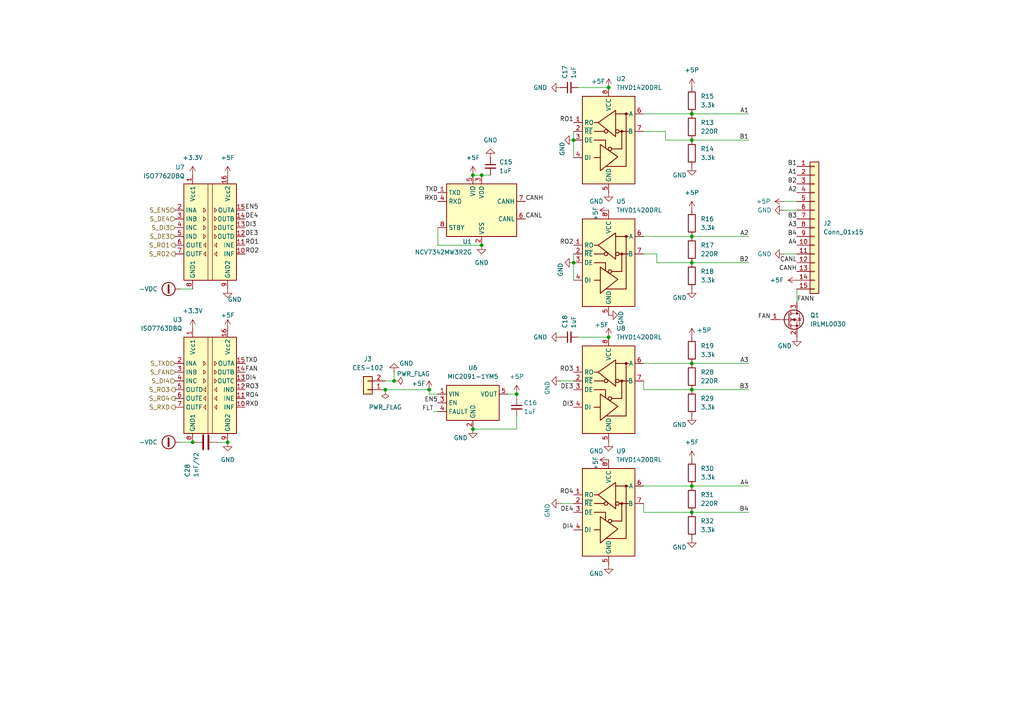
<source format=kicad_sch>
(kicad_sch (version 20231120) (generator "eeschema") (generator_version "8.0")
  (paper "A4")
  (title_block (date "2024-12-11") (rev "B3"))
  (lib_symbols
    (symbol "Connector_Generic:Conn_01x02" (pin_names (offset 1.016) hide)
      (property "Reference" "J" (at 0 2.54 0))
      (property "Value" "Conn_01x02" (at 0 -5.08 0))
      (symbol "Conn_01x02_1_1"
        (rectangle (start -1.27 -2.413) (end 0 -2.667) (stroke (width 0.1524)))
        (rectangle (start -1.27 0.127) (end 0 -0.127) (stroke (width 0.1524)))
        (rectangle (start -1.27 1.27) (end 1.27 -3.81) (stroke (width 0.254)) (fill (type background)))
        (pin passive line (at -5.08 0 0) (length 3.81) (name "Pin_1") (number "1"))
        (pin passive line (at -5.08 -2.54 0) (length 3.81) (name "Pin_2") (number "2"))
      )
    )
    (symbol "Connector_Generic:Conn_01x15" (pin_names (offset 1.016) hide)
      (property "Reference" "J" (at 0 20.32 0))
      (property "Value" "Conn_01x15" (at 0 -20.32 0))
      (symbol "Conn_01x15_1_1"
        (rectangle (start -1.27 -17.653) (end 0 -17.907) (stroke (width 0.1524)))
        (rectangle (start -1.27 -15.113) (end 0 -15.367) (stroke (width 0.1524)))
        (rectangle (start -1.27 -12.573) (end 0 -12.827) (stroke (width 0.1524)))
        (rectangle (start -1.27 -10.033) (end 0 -10.287) (stroke (width 0.1524)))
        (rectangle (start -1.27 -7.493) (end 0 -7.747) (stroke (width 0.1524)))
        (rectangle (start -1.27 -4.953) (end 0 -5.207) (stroke (width 0.1524)))
        (rectangle (start -1.27 -2.413) (end 0 -2.667) (stroke (width 0.1524)))
        (rectangle (start -1.27 0.127) (end 0 -0.127) (stroke (width 0.1524)))
        (rectangle (start -1.27 2.667) (end 0 2.413) (stroke (width 0.1524)))
        (rectangle (start -1.27 5.207) (end 0 4.953) (stroke (width 0.1524)))
        (rectangle (start -1.27 7.747) (end 0 7.493) (stroke (width 0.1524)))
        (rectangle (start -1.27 10.287) (end 0 10.033) (stroke (width 0.1524)))
        (rectangle (start -1.27 12.827) (end 0 12.573) (stroke (width 0.1524)))
        (rectangle (start -1.27 15.367) (end 0 15.113) (stroke (width 0.1524)))
        (rectangle (start -1.27 17.907) (end 0 17.653) (stroke (width 0.1524)))
        (rectangle (start -1.27 19.05) (end 1.27 -19.05) (stroke (width 0.254)) (fill (type background)))
        (pin passive line (at -5.08 17.78 0) (length 3.81) (name "Pin_1") (number "1"))
        (pin passive line (at -5.08 -5.08 0) (length 3.81) (name "Pin_10") (number "10"))
        (pin passive line (at -5.08 -7.62 0) (length 3.81) (name "Pin_11") (number "11"))
        (pin passive line (at -5.08 -10.16 0) (length 3.81) (name "Pin_12") (number "12"))
        (pin passive line (at -5.08 -12.7 0) (length 3.81) (name "Pin_13") (number "13"))
        (pin passive line (at -5.08 -15.24 0) (length 3.81) (name "Pin_14") (number "14"))
        (pin passive line (at -5.08 -17.78 0) (length 3.81) (name "Pin_15") (number "15"))
        (pin passive line (at -5.08 15.24 0) (length 3.81) (name "Pin_2") (number "2"))
        (pin passive line (at -5.08 12.7 0) (length 3.81) (name "Pin_3") (number "3"))
        (pin passive line (at -5.08 10.16 0) (length 3.81) (name "Pin_4") (number "4"))
        (pin passive line (at -5.08 7.62 0) (length 3.81) (name "Pin_5") (number "5"))
        (pin passive line (at -5.08 5.08 0) (length 3.81) (name "Pin_6") (number "6"))
        (pin passive line (at -5.08 2.54 0) (length 3.81) (name "Pin_7") (number "7"))
        (pin passive line (at -5.08 0 0) (length 3.81) (name "Pin_8") (number "8"))
        (pin passive line (at -5.08 -2.54 0) (length 3.81) (name "Pin_9") (number "9"))
      )
    )
    (symbol "Device:C" (pin_numbers hide) (pin_names (offset 0.254))
      (property "Reference" "C" (at 0.635 2.54 0))
      (property "Value" "C" (at 0.635 -2.54 0))
      (symbol "C_0_1"
        (polyline (pts (xy -2.032 -0.762) (xy 2.032 -0.762)) (stroke (width 0.508)))
        (polyline (pts (xy -2.032 0.762) (xy 2.032 0.762)) (stroke (width 0.508)))
      )
      (symbol "C_1_1"
        (pin passive line (at 0 3.81 270) (length 2.794) (name "~") (number "1"))
        (pin passive line (at 0 -3.81 90) (length 2.794) (name "~") (number "2"))
      )
    )
    (symbol "Device:C_Small" (pin_numbers hide) (pin_names (offset 0.254) hide)
      (property "Reference" "C" (at 0.254 1.778 0))
      (property "Value" "C_Small" (at 0.254 -2.032 0))
      (symbol "C_Small_0_1"
        (polyline (pts (xy -1.524 -0.508) (xy 1.524 -0.508)) (stroke (width 0.3302)))
        (polyline (pts (xy -1.524 0.508) (xy 1.524 0.508)) (stroke (width 0.3048)))
      )
      (symbol "C_Small_1_1"
        (pin passive line (at 0 2.54 270) (length 2.032) (name "~") (number "1"))
        (pin passive line (at 0 -2.54 90) (length 2.032) (name "~") (number "2"))
      )
    )
    (symbol "Device:R" (pin_numbers hide) (pin_names (offset 0))
      (property "Reference" "R" (at 2.032 0 90))
      (property "Value" "R" (at 0 0 90))
      (symbol "R_0_1"
        (rectangle (start -1.016 -2.54) (end 1.016 2.54) (stroke (width 0.254)))
      )
      (symbol "R_1_1"
        (pin passive line (at 0 3.81 270) (length 1.27) (name "~") (number "1"))
        (pin passive line (at 0 -3.81 90) (length 1.27) (name "~") (number "2"))
      )
    )
    (symbol "Interface_CAN_LIN:MCP2542FDxMF"
      (property "Reference" "U" (at -10.16 8.89 0))
      (property "Value" "MCP2542FDxMF" (at 2.54 8.89 0))
      (symbol "MCP2542FDxMF_0_1"
        (rectangle (start -10.16 7.62) (end 10.16 -7.62) (stroke (width 0.254)) (fill (type background)))
      )
      (symbol "MCP2542FDxMF_1_1"
        (pin input line (at -12.7 5.08 0) (length 2.54) (name "TXD") (number "1"))
        (pin power_in line (at 0 -10.16 90) (length 2.54) (name "VSS") (number "2"))
        (pin power_in line (at 0 10.16 270) (length 2.54) (name "VDD") (number "3"))
        (pin output line (at -12.7 2.54 0) (length 2.54) (name "RXD") (number "4"))
        (pin power_in line (at -2.54 10.16 270) (length 2.54) (name "VIO") (number "5"))
        (pin bidirectional line (at 12.7 -2.54 180) (length 2.54) (name "CANL") (number "6"))
        (pin bidirectional line (at 12.7 2.54 180) (length 2.54) (name "CANH") (number "7"))
        (pin input line (at -12.7 -5.08 0) (length 2.54) (name "STBY") (number "8"))
        (pin passive line (at 0 -10.16 90) (length 2.54) hide (name "VSS") (number "9"))
      )
    )
    (symbol "Interface_UART:THVD1420D"
      (property "Reference" "U" (at -6.096 11.43 0))
      (property "Value" "THVD1420D" (at 0.762 11.43 0))
      (symbol "THVD1420D_0_1"
        (rectangle (start -7.62 12.7) (end 7.62 -12.7) (stroke (width 0.254)) (fill (type background)))
        (polyline (pts (xy -4.191 2.54) (xy -1.27 2.54)) (stroke (width 0.254)))
        (polyline (pts (xy -2.54 -5.08) (xy -4.191 -5.08)) (stroke (width 0.254)))
        (polyline (pts (xy -0.635 -7.62) (xy 5.08 -7.62)) (stroke (width 0.254)))
        (polyline (pts (xy 0.889 -2.54) (xy 3.81 -2.54)) (stroke (width 0.254)))
        (polyline (pts (xy 2.032 7.62) (xy 5.715 7.62)) (stroke (width 0.254)))
        (polyline (pts (xy 3.048 2.54) (xy 5.715 2.54)) (stroke (width 0.254)))
        (polyline (pts (xy 3.81 -2.54) (xy 3.81 2.54)) (stroke (width 0.254)))
        (polyline (pts (xy 5.08 -7.62) (xy 5.08 7.62)) (stroke (width 0.254)))
        (polyline (pts (xy -4.191 0) (xy -0.889 0) (xy -0.889 -2.286)) (stroke (width 0.254)))
        (polyline (pts (xy -3.175 5.08) (xy -4.191 5.08) (xy -4.064 5.08)) (stroke (width 0.254)))
        (polyline (pts (xy -2.413 -5.08) (xy -2.413 -1.27) (xy 2.667 -4.826) (xy -2.413 -8.89) (xy -2.413 -5.08)) (stroke (width 0.254)))
        (circle (center 0.381 -2.54) (radius 0.508) (stroke (width 0.254)))
        (circle (center 3.81 2.54) (radius 0.2794) (stroke (width 0.254)) (fill (type outline)))
      )
      (symbol "THVD1420D_1_1"
        (circle (center -0.762 2.54) (radius 0.508) (stroke (width 0.254)))
        (polyline (pts (xy 2.032 4.826) (xy 2.032 8.636) (xy -3.048 5.08) (xy 2.032 1.016) (xy 2.032 4.826)) (stroke (width 0.254)))
        (circle (center 2.54 2.54) (radius 0.508) (stroke (width 0.254)))
        (circle (center 5.08 7.62) (radius 0.2794) (stroke (width 0.254)) (fill (type outline)))
        (pin output line (at -10.16 5.08 0) (length 2.54) (name "RO") (number "1"))
        (pin input line (at -10.16 2.54 0) (length 2.54) (name "~{RE}") (number "2"))
        (pin input line (at -10.16 0 0) (length 2.54) (name "DE") (number "3"))
        (pin input line (at -10.16 -5.08 0) (length 2.54) (name "DI") (number "4"))
        (pin power_in line (at 0 -15.24 90) (length 2.54) (name "GND") (number "5"))
        (pin bidirectional line (at 10.16 7.62 180) (length 2.54) (name "A") (number "6"))
        (pin bidirectional line (at 10.16 2.54 180) (length 2.54) (name "B") (number "7"))
        (pin power_in line (at 0 15.24 270) (length 2.54) (name "VCC") (number "8"))
      )
    )
    (symbol "Isolator:ISO7762DBQ"
      (property "Reference" "U" (at 8.255 14.605 0))
      (property "Value" "ISO7762DBQ" (at 8.255 12.065 0))
      (symbol "ISO7762DBQ_0_1"
        (rectangle (start -7.62 15.24) (end 7.62 -12.7) (stroke (width 0.254)) (fill (type background)))
        (polyline (pts (xy -0.635 15.24) (xy -0.635 -12.7)))
        (polyline (pts (xy 0.635 15.24) (xy 0.635 -12.7)))
        (polyline (pts (xy -1.905 8.255) (xy -1.27 7.62) (xy -1.905 6.985) (xy -1.905 8.255)))
        (polyline (pts (xy 1.27 8.255) (xy 1.905 7.62) (xy 1.27 6.985) (xy 1.27 8.255)))
      )
      (symbol "ISO7762DBQ_1_1"
        (polyline (pts (xy -1.905 0.635) (xy -1.27 0) (xy -1.905 -0.635) (xy -1.905 0.635)))
        (polyline (pts (xy -1.905 3.175) (xy -1.27 2.54) (xy -1.905 1.905) (xy -1.905 3.175)))
        (polyline (pts (xy -1.905 5.715) (xy -1.27 5.08) (xy -1.905 4.445) (xy -1.905 5.715)))
        (polyline (pts (xy -1.27 -4.445) (xy -1.905 -5.08) (xy -1.27 -5.715) (xy -1.27 -4.445)))
        (polyline (pts (xy -1.27 -1.905) (xy -1.905 -2.54) (xy -1.27 -3.175) (xy -1.27 -1.905)))
        (polyline (pts (xy 1.27 0.635) (xy 1.905 0) (xy 1.27 -0.635) (xy 1.27 0.635)))
        (polyline (pts (xy 1.27 3.175) (xy 1.905 2.54) (xy 1.27 1.905) (xy 1.27 3.175)))
        (polyline (pts (xy 1.27 5.715) (xy 1.905 5.08) (xy 1.27 4.445) (xy 1.27 5.715)))
        (polyline (pts (xy 1.905 -4.445) (xy 1.27 -5.08) (xy 1.905 -5.715) (xy 1.905 -4.445)))
        (polyline (pts (xy 1.905 -1.905) (xy 1.27 -2.54) (xy 1.905 -3.175) (xy 1.905 -1.905)))
        (pin power_in line (at -5.08 17.78 270) (length 2.54) (name "Vcc1") (number "1"))
        (pin input line (at 10.16 -5.08 180) (length 2.54) (name "INF") (number "10"))
        (pin input line (at 10.16 -2.54 180) (length 2.54) (name "INE") (number "11"))
        (pin output line (at 10.16 0 180) (length 2.54) (name "OUTD") (number "12"))
        (pin output line (at 10.16 2.54 180) (length 2.54) (name "OUTC") (number "13"))
        (pin output line (at 10.16 5.08 180) (length 2.54) (name "OUTB") (number "14"))
        (pin output line (at 10.16 7.62 180) (length 2.54) (name "OUTA") (number "15"))
        (pin power_in line (at 5.08 17.78 270) (length 2.54) (name "Vcc2") (number "16"))
        (pin input line (at -10.16 7.62 0) (length 2.54) (name "INA") (number "2"))
        (pin input line (at -10.16 5.08 0) (length 2.54) (name "INB") (number "3"))
        (pin input line (at -10.16 2.54 0) (length 2.54) (name "INC") (number "4"))
        (pin input line (at -10.16 0 0) (length 2.54) (name "IND") (number "5"))
        (pin output line (at -10.16 -2.54 0) (length 2.54) (name "OUTE") (number "6"))
        (pin output line (at -10.16 -5.08 0) (length 2.54) (name "OUTF") (number "7"))
        (pin power_in line (at -5.08 -15.24 90) (length 2.54) (name "GND1") (number "8"))
        (pin power_in line (at 5.08 -15.24 90) (length 2.54) (name "GND2") (number "9"))
      )
    )
    (symbol "Isolator:ISO7763DBQ"
      (property "Reference" "U" (at 8.255 14.605 0))
      (property "Value" "ISO7763DBQ" (at 8.255 12.065 0))
      (symbol "ISO7763DBQ_0_1"
        (rectangle (start -7.62 15.24) (end 7.62 -12.7) (stroke (width 0.254)) (fill (type background)))
        (polyline (pts (xy -0.635 15.24) (xy -0.635 -12.7)))
        (polyline (pts (xy 0.635 15.24) (xy 0.635 -12.7)))
        (polyline (pts (xy -1.905 8.255) (xy -1.27 7.62) (xy -1.905 6.985) (xy -1.905 8.255)))
        (polyline (pts (xy 1.27 8.255) (xy 1.905 7.62) (xy 1.27 6.985) (xy 1.27 8.255)))
      )
      (symbol "ISO7763DBQ_1_1"
        (polyline (pts (xy -1.905 3.175) (xy -1.27 2.54) (xy -1.905 1.905) (xy -1.905 3.175)))
        (polyline (pts (xy -1.905 5.715) (xy -1.27 5.08) (xy -1.905 4.445) (xy -1.905 5.715)))
        (polyline (pts (xy -1.27 -4.445) (xy -1.905 -5.08) (xy -1.27 -5.715) (xy -1.27 -4.445)))
        (polyline (pts (xy -1.27 -1.905) (xy -1.905 -2.54) (xy -1.27 -3.175) (xy -1.27 -1.905)))
        (polyline (pts (xy -1.27 0.635) (xy -1.905 0) (xy -1.27 -0.635) (xy -1.27 0.635)))
        (polyline (pts (xy 1.27 3.175) (xy 1.905 2.54) (xy 1.27 1.905) (xy 1.27 3.175)))
        (polyline (pts (xy 1.27 5.715) (xy 1.905 5.08) (xy 1.27 4.445) (xy 1.27 5.715)))
        (polyline (pts (xy 1.905 -4.445) (xy 1.27 -5.08) (xy 1.905 -5.715) (xy 1.905 -4.445)))
        (polyline (pts (xy 1.905 -1.905) (xy 1.27 -2.54) (xy 1.905 -3.175) (xy 1.905 -1.905)))
        (polyline (pts (xy 1.905 0.635) (xy 1.27 0) (xy 1.905 -0.635) (xy 1.905 0.635)))
        (pin power_in line (at -5.08 17.78 270) (length 2.54) (name "Vcc1") (number "1"))
        (pin input line (at 10.16 -5.08 180) (length 2.54) (name "INF") (number "10"))
        (pin input line (at 10.16 -2.54 180) (length 2.54) (name "INE") (number "11"))
        (pin input line (at 10.16 0 180) (length 2.54) (name "IND") (number "12"))
        (pin output line (at 10.16 2.54 180) (length 2.54) (name "OUTC") (number "13"))
        (pin output line (at 10.16 5.08 180) (length 2.54) (name "OUTB") (number "14"))
        (pin output line (at 10.16 7.62 180) (length 2.54) (name "OUTA") (number "15"))
        (pin power_in line (at 5.08 17.78 270) (length 2.54) (name "Vcc2") (number "16"))
        (pin input line (at -10.16 7.62 0) (length 2.54) (name "INA") (number "2"))
        (pin input line (at -10.16 5.08 0) (length 2.54) (name "INB") (number "3"))
        (pin input line (at -10.16 2.54 0) (length 2.54) (name "INC") (number "4"))
        (pin output line (at -10.16 0 0) (length 2.54) (name "OUTD") (number "5"))
        (pin output line (at -10.16 -2.54 0) (length 2.54) (name "OUTE") (number "6"))
        (pin output line (at -10.16 -5.08 0) (length 2.54) (name "OUTF") (number "7"))
        (pin power_in line (at -5.08 -15.24 90) (length 2.54) (name "GND1") (number "8"))
        (pin power_in line (at 5.08 -15.24 90) (length 2.54) (name "GND2") (number "9"))
      )
    )
    (symbol "Power_Management:MIC2091-1YM5"
      (property "Reference" "U" (at -7.874 6.35 0))
      (property "Value" "MIC2091-1YM5" (at 0.254 -6.35 0))
      (symbol "MIC2091-1YM5_0_1"
        (rectangle (start -7.62 5.08) (end 7.62 -5.08) (stroke (width 0.254)) (fill (type background)))
      )
      (symbol "MIC2091-1YM5_1_1"
        (pin power_in line (at -10.16 2.54 0) (length 2.54) (name "VIN") (number "1"))
        (pin power_in line (at 0 -7.62 90) (length 2.54) (name "GND") (number "2"))
        (pin input line (at -10.16 0 0) (length 2.54) (name "EN") (number "3"))
        (pin open_collector line (at -10.16 -2.54 0) (length 2.54) (name "FAULT") (number "4"))
        (pin power_out line (at 10.16 2.54 180) (length 2.54) (name "VOUT") (number "5"))
      )
    )
    (symbol "Transistor_FET:IRLML0030" (pin_names hide)
      (property "Reference" "Q" (at 5.08 1.905 0))
      (property "Value" "IRLML0030" (at 5.08 0 0))
      (symbol "IRLML0030_0_1"
        (polyline (pts (xy 0.254 0) (xy -2.54 0)))
        (polyline (pts (xy 0.254 1.905) (xy 0.254 -1.905)) (stroke (width 0.254)))
        (polyline (pts (xy 0.762 -1.27) (xy 0.762 -2.286)) (stroke (width 0.254)))
        (polyline (pts (xy 0.762 0.508) (xy 0.762 -0.508)) (stroke (width 0.254)))
        (polyline (pts (xy 0.762 2.286) (xy 0.762 1.27)) (stroke (width 0.254)))
        (polyline (pts (xy 2.54 2.54) (xy 2.54 1.778)))
        (polyline (pts (xy 2.54 -2.54) (xy 2.54 0) (xy 0.762 0)))
        (polyline (pts (xy 0.762 -1.778) (xy 3.302 -1.778) (xy 3.302 1.778) (xy 0.762 1.778)))
        (polyline (pts (xy 1.016 0) (xy 2.032 0.381) (xy 2.032 -0.381) (xy 1.016 0)) (fill (type outline)))
        (polyline (pts (xy 2.794 0.508) (xy 2.921 0.381) (xy 3.683 0.381) (xy 3.81 0.254)))
        (polyline (pts (xy 3.302 0.381) (xy 2.921 -0.254) (xy 3.683 -0.254) (xy 3.302 0.381)))
        (circle (center 1.651 0) (radius 2.794) (stroke (width 0.254)))
        (circle (center 2.54 -1.778) (radius 0.254) (fill (type outline)))
        (circle (center 2.54 1.778) (radius 0.254) (fill (type outline)))
      )
      (symbol "IRLML0030_1_1"
        (pin input line (at -5.08 0 0) (length 2.54) (name "G") (number "1"))
        (pin passive line (at 2.54 -5.08 90) (length 2.54) (name "S") (number "2"))
        (pin passive line (at 2.54 5.08 270) (length 2.54) (name "D") (number "3"))
      )
    )
    (symbol "power:+3.3V" (power) (pin_numbers hide) (pin_names (offset 0) hide)
      (property "Value" "+3.3V" (at 0 3.556 0))
      (symbol "+3.3V_0_1"
        (polyline (pts (xy -0.762 1.27) (xy 0 2.54)))
        (polyline (pts (xy 0 0) (xy 0 2.54)))
        (polyline (pts (xy 0 2.54) (xy 0.762 1.27)))
      )
      (symbol "+3.3V_1_1"
        (pin power_in line (at 0 0 90) (length 0) (name "~") (number "1"))
      )
    )
    (symbol "power:+5F" (power) (pin_numbers hide) (pin_names (offset 0) hide)
      (property "Value" "+5F" (at 0 3.556 0))
      (symbol "+5F_0_1"
        (polyline (pts (xy -0.762 1.27) (xy 0 2.54)))
        (polyline (pts (xy 0 0) (xy 0 2.54)))
        (polyline (pts (xy 0 2.54) (xy 0.762 1.27)))
      )
      (symbol "+5F_1_1"
        (pin power_in line (at 0 0 90) (length 0) (name "~") (number "1"))
      )
    )
    (symbol "power:+5P" (power) (pin_numbers hide) (pin_names (offset 0) hide)
      (property "Value" "+5P" (at 0 3.556 0))
      (symbol "+5P_0_1"
        (polyline (pts (xy -0.762 1.27) (xy 0 2.54)))
        (polyline (pts (xy 0 0) (xy 0 2.54)))
        (polyline (pts (xy 0 2.54) (xy 0.762 1.27)))
      )
      (symbol "+5P_1_1"
        (pin power_in line (at 0 0 90) (length 0) (name "~") (number "1"))
      )
    )
    (symbol "power:-VDC" (power) (pin_numbers hide) (pin_names (offset 0) hide)
      (property "Value" "-VDC" (at 0 6.35 0))
      (symbol "-VDC_0_1"
        (polyline (pts (xy -1.143 3.175) (xy 1.143 3.175)) (stroke (width 0.508)))
        (polyline (pts (xy 0 0) (xy 0 1.27)))
        (circle (center 0 3.175) (radius 1.905) (stroke (width 0.254)))
      )
      (symbol "-VDC_1_1"
        (pin power_in line (at 0 0 90) (length 0) (name "~") (number "1"))
      )
    )
    (symbol "power:GND" (power) (pin_numbers hide) (pin_names (offset 0) hide)
      (property "Value" "GND" (at 0 -3.81 0))
      (symbol "GND_0_1"
        (polyline (pts (xy 0 0) (xy 0 -1.27) (xy 1.27 -1.27) (xy 0 -2.54) (xy -1.27 -1.27) (xy 0 -1.27)))
      )
      (symbol "GND_1_1"
        (pin power_in line (at 0 0 270) (length 0) (name "~") (number "1"))
      )
    )
    (symbol "power:PWR_FLAG" (power) (pin_numbers hide) (pin_names (offset 0) hide)
      (property "Value" "PWR_FLAG" (at 0 3.81 0))
      (symbol "PWR_FLAG_0_0"
        (pin power_out line (at 0 0 90) (length 0) (name "~") (number "1"))
      )
      (symbol "PWR_FLAG_0_1"
        (polyline (pts (xy 0 0) (xy 0 1.27) (xy -1.016 1.905) (xy 0 2.54) (xy 1.016 1.905) (xy 0 1.27)))
      )
    )
  )
  (junction (at 166.37 76.2))
  (junction (at 200.66 148.59))
  (junction (at 139.7 50.8))
  (junction (at 111.76 113.03))
  (junction (at 114.3 110.49))
  (junction (at 55.88 128.27))
  (junction (at 200.66 68.58))
  (junction (at 200.66 76.2))
  (junction (at 200.66 140.97))
  (junction (at 137.16 50.8))
  (junction (at 176.53 25.4))
  (junction (at 200.66 33.02))
  (junction (at 166.37 40.64))
  (junction (at 149.86 114.3))
  (junction (at 139.7 71.12))
  (junction (at 200.66 105.41))
  (junction (at 124.46 113.03))
  (junction (at 200.66 40.64))
  (junction (at 176.53 97.79))
  (junction (at 66.04 128.27))
  (junction (at 137.16 124.46))
  (junction (at 200.66 113.03))
  (wire (pts (xy 193.04 38.1) (xy 193.04 40.64)))
  (wire (pts (xy 162.56 146.05) (xy 166.37 146.05)))
  (wire (pts (xy 149.86 114.3) (xy 149.86 115.57)))
  (wire (pts (xy 217.17 113.03) (xy 200.66 113.03)))
  (wire (pts (xy 231.14 83.82) (xy 231.14 87.63)))
  (wire (pts (xy 114.3 110.49) (xy 114.3 107.95)))
  (wire (pts (xy 186.69 113.03) (xy 200.66 113.03)))
  (wire (pts (xy 186.69 140.97) (xy 200.66 140.97)))
  (wire (pts (xy 149.86 124.46) (xy 137.16 124.46)))
  (wire (pts (xy 193.04 40.64) (xy 200.66 40.64)))
  (wire (pts (xy 52.07 83.82) (xy 55.88 83.82)))
  (wire (pts (xy 186.69 110.49) (xy 186.69 113.03)))
  (wire (pts (xy 139.7 50.8) (xy 142.24 50.8)))
  (wire (pts (xy 200.66 140.97) (xy 217.17 140.97)))
  (wire (pts (xy 127 71.12) (xy 139.7 71.12)))
  (wire (pts (xy 186.69 105.41) (xy 200.66 105.41)))
  (wire (pts (xy 149.86 120.65) (xy 149.86 124.46)))
  (wire (pts (xy 186.69 146.05) (xy 186.69 148.59)))
  (wire (pts (xy 227.33 60.96) (xy 231.14 60.96)))
  (wire (pts (xy 167.64 97.79) (xy 176.53 97.79)))
  (wire (pts (xy 127 114.3) (xy 124.46 114.3)))
  (wire (pts (xy 190.5 76.2) (xy 190.5 73.66)))
  (wire (pts (xy 200.66 68.58) (xy 217.17 68.58)))
  (wire (pts (xy 200.66 105.41) (xy 217.17 105.41)))
  (wire (pts (xy 125.73 119.38) (xy 127 119.38)))
  (wire (pts (xy 186.69 148.59) (xy 200.66 148.59)))
  (wire (pts (xy 166.37 40.64) (xy 166.37 45.72)))
  (wire (pts (xy 162.56 110.49) (xy 166.37 110.49)))
  (wire (pts (xy 166.37 38.1) (xy 166.37 40.64)))
  (wire (pts (xy 217.17 76.2) (xy 200.66 76.2)))
  (wire (pts (xy 190.5 73.66) (xy 186.69 73.66)))
  (wire (pts (xy 166.37 73.66) (xy 166.37 76.2)))
  (wire (pts (xy 127 66.04) (xy 127 71.12)))
  (wire (pts (xy 52.07 128.27) (xy 55.88 128.27)))
  (wire (pts (xy 137.16 50.8) (xy 139.7 50.8)))
  (wire (pts (xy 217.17 148.59) (xy 200.66 148.59)))
  (wire (pts (xy 149.86 114.3) (xy 147.32 114.3)))
  (wire (pts (xy 186.69 68.58) (xy 200.66 68.58)))
  (wire (pts (xy 227.33 73.66) (xy 231.14 73.66)))
  (wire (pts (xy 217.17 40.64) (xy 200.66 40.64)))
  (wire (pts (xy 190.5 76.2) (xy 200.66 76.2)))
  (wire (pts (xy 63.5 128.27) (xy 66.04 128.27)))
  (wire (pts (xy 166.37 76.2) (xy 166.37 81.28)))
  (wire (pts (xy 200.66 33.02) (xy 217.17 33.02)))
  (wire (pts (xy 111.76 110.49) (xy 114.3 110.49)))
  (wire (pts (xy 111.76 113.03) (xy 124.46 113.03)))
  (wire (pts (xy 167.64 25.4) (xy 176.53 25.4)))
  (wire (pts (xy 124.46 114.3) (xy 124.46 113.03)))
  (wire (pts (xy 227.33 58.42) (xy 231.14 58.42)))
  (wire (pts (xy 186.69 33.02) (xy 200.66 33.02)))
  (wire (pts (xy 186.69 38.1) (xy 193.04 38.1)))
  (label "RO1" (at 71.12 71.12 0))
  (label "CANH" (at 231.14 78.74 180))
  (label "EN5" (at 127 116.84 180))
  (label "DE4" (at 166.37 148.59 180))
  (label "RO2" (at 166.37 71.12 180))
  (label "CANL" (at 231.14 76.2 180))
  (label "DI3" (at 71.12 66.04 0))
  (label "DE4" (at 71.12 63.5 0))
  (label "DE3" (at 71.12 68.58 0))
  (label "DI4" (at 166.37 153.67 180))
  (label "FAN" (at 71.12 107.95 0))
  (label "A2" (at 217.17 68.58 180))
  (label "B4" (at 217.17 148.59 180))
  (label "DE3" (at 166.37 113.03 180))
  (label "RO3" (at 166.37 107.95 180))
  (label "TXD" (at 71.12 105.41 0))
  (label "RO1" (at 166.37 35.56 180))
  (label "RO2" (at 71.12 73.66 0))
  (label "FLT" (at 125.73 119.38 180))
  (label "RXD" (at 127 58.42 180))
  (label "RO4" (at 71.12 115.57 0))
  (label "RO3" (at 71.12 113.03 0))
  (label "A1" (at 231.14 50.8 180))
  (label "FAN" (at 223.52 92.71 180))
  (label "B4" (at 231.14 68.58 180))
  (label "A2" (at 231.14 55.88 180))
  (label "EN5" (at 71.12 60.96 0))
  (label "B1" (at 217.17 40.64 180))
  (label "B3" (at 231.14 63.5 180))
  (label "CANL" (at 152.4 63.5 0))
  (label "B1" (at 231.14 48.26 180))
  (label "RXD" (at 71.12 118.11 0))
  (label "A3" (at 217.17 105.41 180))
  (label "B2" (at 217.17 76.2 180))
  (label "CANH" (at 152.4 58.42 0))
  (label "B3" (at 217.17 113.03 180))
  (label "B2" (at 231.14 53.34 180))
  (label "TXD" (at 127 55.88 180))
  (label "DI3" (at 166.37 118.11 180))
  (label "RO4" (at 166.37 143.51 180))
  (label "A1" (at 217.17 33.02 180))
  (label "FANN" (at 231.14 87.63 0))
  (label "A4" (at 231.14 71.12 180))
  (label "DI4" (at 71.12 110.49 0))
  (label "A3" (at 231.14 66.04 180))
  (label "A4" (at 217.17 140.97 180))
  (hierarchical_label "S_RO3" (shape output) (at 50.8 113.03 180))
  (hierarchical_label "S_EN5" (shape input) (at 50.8 60.96 180))
  (hierarchical_label "S_RXD" (shape output) (at 50.8 118.11 180))
  (hierarchical_label "S_DE4" (shape input) (at 50.8 63.5 180))
  (hierarchical_label "S_RO1" (shape output) (at 50.8 71.12 180))
  (hierarchical_label "S_FAN" (shape input) (at 50.8 107.95 180))
  (hierarchical_label "S_DI4" (shape input) (at 50.8 110.49 180))
  (hierarchical_label "S_RO2" (shape output) (at 50.8 73.66 180))
  (hierarchical_label "S_TXD" (shape input) (at 50.8 105.41 180))
  (hierarchical_label "S_DE3" (shape input) (at 50.8 68.58 180))
  (hierarchical_label "S_DI3" (shape input) (at 50.8 66.04 180))
  (hierarchical_label "S_RO4" (shape output) (at 50.8 115.57 180))
  (symbol (lib_id "Device:R") (at 200.66 29.21 0) (unit 1)
    (property "Reference" "R15" (at 203.2 27.9399 0) (effects (justify left)))
    (property "Value" "3.3k" (at 203.2 30.4799 0) (effects (justify left)))
    (property "Footprint" "Resistor_SMD:R_0805_2012Metric" (effects (hide yes)))
    (property "Description" "Resistor" (effects (hide yes)))
  )
  (symbol (lib_id "power:GND") (at 162.56 97.79 270) (unit 1)
    (property "Reference" "#PWR036" (effects (hide yes)))
    (property "Value" "GND" (at 158.75 97.7899 90) (effects (justify right)))
    (property "Description" "Power symbol creates a global label with name \"GND\" , ground" (effects (hide yes)))
  )
  (symbol (lib_id "Device:R") (at 200.66 64.77 0) (unit 1)
    (property "Reference" "R16" (at 203.2 63.4999 0) (effects (justify left)))
    (property "Value" "3.3k" (at 203.2 66.0399 0) (effects (justify left)))
    (property "Footprint" "Resistor_SMD:R_0805_2012Metric" (effects (hide yes)))
    (property "Description" "Resistor" (effects (hide yes)))
  )
  (symbol (lib_id "Device:C_Small") (at 149.86 118.11 0) (unit 1)
    (property "Reference" "C16" (at 151.892 116.84 0) (effects (justify left)))
    (property "Value" "1uF" (at 151.892 119.38 0) (effects (justify left)))
    (property "Footprint" "Capacitor_SMD:C_0603_1608Metric_Pad1.08x0.95mm_HandSolder" (effects (hide yes)))
    (property "Description" "Unpolarized capacitor, small symbol" (effects (hide yes)))
  )
  (symbol (lib_id "Device:R") (at 200.66 72.39 0) (unit 1)
    (property "Reference" "R17" (at 203.2 71.1199 0) (effects (justify left)))
    (property "Value" "220R" (at 203.2 73.6599 0) (effects (justify left)))
    (property "Footprint" "Resistor_SMD:R_0805_2012Metric" (effects (hide yes)))
    (property "Description" "Resistor" (effects (hide yes)))
  )
  (symbol (lib_id "power:+5P") (at 200.66 25.4 0) (unit 1)
    (property "Reference" "#PWR09" (effects (hide yes)))
    (property "Value" "+5P" (at 200.66 20.32 0))
    (property "Description" "Power symbol creates a global label with name \"+5P\"" (effects (hide yes)))
  )
  (symbol (lib_id "Connector_Generic:Conn_01x15") (at 236.22 66.04 0) (unit 1)
    (property "Reference" "J2" (at 238.76 64.7699 0) (effects (justify left)))
    (property "Value" "Conn_01x15" (at 238.76 67.3099 0) (effects (justify left)))
    (property "Footprint" "EAX:CUI_TBL009V-254-15BE-2BE" (effects (hide yes)))
    (property "Description" "Generic connector, single row, 01x15, script generated (kicad-library-utils/schlib/autogen/connector/)" (effects (hide yes)))
  )
  (symbol (lib_id "power:GND") (at 162.56 110.49 270) (unit 1)
    (property "Reference" "#PWR057" (effects (hide yes)))
    (property "Value" "GND" (at 158.75 112.522 0))
    (property "Description" "Power symbol creates a global label with name \"GND\" , ground" (effects (hide yes)))
  )
  (symbol (lib_id "power:GND") (at 231.14 97.79 0) (unit 1)
    (property "Reference" "#PWR050" (effects (hide yes)))
    (property "Value" "GND" (at 227.584 100.33 0))
    (property "Description" "Power symbol creates a global label with name \"GND\" , ground" (effects (hide yes)))
  )
  (symbol (lib_id "power:PWR_FLAG") (at 111.76 113.03 180) (unit 1)
    (property "Reference" "#FLG02" (effects (hide yes)))
    (property "Value" "PWR_FLAG" (at 111.76 118.11 0))
    (property "Description" "Special symbol for telling ERC where power comes from" (effects (hide yes)))
  )
  (symbol (lib_id "power:GND") (at 227.33 60.96 270) (unit 1)
    (property "Reference" "#PWR035" (effects (hide yes)))
    (property "Value" "GND" (at 221.742 60.96 90))
    (property "Description" "Power symbol creates a global label with name \"GND\" , ground" (effects (hide yes)))
  )
  (symbol (lib_id "Device:C") (at 59.69 128.27 90) (unit 1)
    (property "Reference" "C28" (at 54.356 138.43 0) (effects (justify left)))
    (property "Value" "1nF/Y2" (at 56.896 138.43 0) (effects (justify left)))
    (property "Footprint" "Capacitor_SMD:C_2220_5750Metric" (effects (hide yes)))
    (property "Description" "Unpolarized capacitor" (effects (hide yes)))
  )
  (symbol (lib_id "power:+5P") (at 227.33 58.42 90) (unit 1)
    (property "Reference" "#PWR034" (effects (hide yes)))
    (property "Value" "+5P" (at 223.52 58.4199 90) (effects (justify left)))
    (property "Description" "Power symbol creates a global label with name \"+5P\"" (effects (hide yes)))
  )
  (symbol (lib_id "power:PWR_FLAG") (at 114.3 110.49 270) (mirror x) (unit 1)
    (property "Reference" "#FLG01" (effects (hide yes)))
    (property "Value" "PWR_FLAG" (at 115.062 108.458 90) (effects (justify left)))
    (property "Description" "Special symbol for telling ERC where power comes from" (effects (hide yes)))
  )
  (symbol (lib_id "power:GND") (at 200.66 156.21 0) (unit 1)
    (property "Reference" "#PWR022" (effects (hide yes)))
    (property "Value" "GND" (at 197.104 158.75 0))
    (property "Description" "Power symbol creates a global label with name \"GND\" , ground" (effects (hide yes)))
  )
  (symbol (lib_id "power:-VDC") (at 52.07 128.27 90) (mirror x) (unit 1)
    (property "Reference" "#PWR046" (effects (hide yes)))
    (property "Value" "-VDC" (at 45.72 128.2699 90) (effects (justify left)))
    (property "Description" "Power symbol creates a global label with name \"-VDC\"" (effects (hide yes)))
  )
  (symbol (lib_id "power:GND") (at 139.7 71.12 0) (unit 1)
    (property "Reference" "#PWR04" (effects (hide yes)))
    (property "Value" "GND" (at 139.7 76.2 0))
    (property "Description" "Power symbol creates a global label with name \"GND\" , ground" (effects (hide yes)))
  )
  (symbol (lib_id "Device:R") (at 200.66 44.45 0) (unit 1)
    (property "Reference" "R14" (at 203.2 43.1799 0) (effects (justify left)))
    (property "Value" "3.3k" (at 203.2 45.7199 0) (effects (justify left)))
    (property "Footprint" "Resistor_SMD:R_0805_2012Metric" (effects (hide yes)))
    (property "Description" "Resistor" (effects (hide yes)))
  )
  (symbol (lib_id "power:+5F") (at 137.16 50.8 0) (unit 1)
    (property "Reference" "#PWR05" (effects (hide yes)))
    (property "Value" "+5F" (at 137.16 45.72 0))
    (property "Description" "Power symbol creates a global label with name \"+5F\"" (effects (hide yes)))
  )
  (symbol (lib_id "Device:R") (at 200.66 101.6 0) (unit 1)
    (property "Reference" "R19" (at 203.2 100.3299 0) (effects (justify left)))
    (property "Value" "3.3k" (at 203.2 102.8699 0) (effects (justify left)))
    (property "Footprint" "Resistor_SMD:R_0805_2012Metric" (effects (hide yes)))
    (property "Description" "Resistor" (effects (hide yes)))
  )
  (symbol (lib_id "power:GND") (at 66.04 128.27 0) (unit 1)
    (property "Reference" "#PWR043" (effects (hide yes)))
    (property "Value" "GND" (at 66.04 133.35 0))
    (property "Description" "Power symbol creates a global label with name \"GND\" , ground" (effects (hide yes)))
  )
  (symbol (lib_id "power:GND") (at 200.66 48.26 0) (unit 1)
    (property "Reference" "#PWR010" (effects (hide yes)))
    (property "Value" "GND" (at 197.104 50.8 0))
    (property "Description" "Power symbol creates a global label with name \"GND\" , ground" (effects (hide yes)))
  )
  (symbol (lib_id "Transistor_FET:IRLML0030") (at 228.6 92.71 0) (unit 1)
    (property "Reference" "Q1" (at 234.95 91.4399 0) (effects (justify left)))
    (property "Value" "IRLML0030" (at 234.95 93.9799 0) (effects (justify left)))
    (property "Footprint" "Package_TO_SOT_SMD:SOT-23" (effects (hide yes)))
    (property "Datasheet" "https://www.infineon.com/dgdl/irlml0030pbf.pdf?fileId=5546d462533600a401535664773825df" (effects (hide yes)))
    (property "Description" "5.3A Id, 30V Vds, 27mOhm Rds, N-Channel HEXFET Power MOSFET, SOT-23" (effects (hide yes)))
  )
  (symbol (lib_id "Power_Management:MIC2091-1YM5") (at 137.16 116.84 0) (unit 1)
    (property "Reference" "U6" (at 137.16 106.68 0))
    (property "Value" "MIC2091-1YM5" (at 137.16 109.22 0))
    (property "Footprint" "Package_TO_SOT_SMD:SOT-23-5" (effects (hide yes)))
    (property "Datasheet" "https://ww1.microchip.com/downloads/aemDocuments/documents/APID/ProductDocuments/DataSheets/MIC2090-1-Current-Limiting-Power-Distribution-Switches-DS20006611A.pdf" (effects (hide yes)))
    (property "Description" "Single-channel, high side, power distribution switch, 790mOhm Ron, auto-retry feature, 1.8V-5.5V, 100 mA, SOT-23-5" (effects (hide yes)))
  )
  (symbol (lib_id "Device:R") (at 200.66 109.22 0) (unit 1)
    (property "Reference" "R28" (at 203.2 107.9499 0) (effects (justify left)))
    (property "Value" "220R" (at 203.2 110.4899 0) (effects (justify left)))
    (property "Footprint" "Resistor_SMD:R_0805_2012Metric" (effects (hide yes)))
    (property "Description" "Resistor" (effects (hide yes)))
  )
  (symbol (lib_id "Interface_CAN_LIN:MCP2542FDxMF") (at 139.7 60.96 0) (unit 1)
    (property "Reference" "U1" (at 136.906 70.104 0) (effects (justify right)))
    (property "Value" "NCV7342MW3R2G" (at 136.906 73.152 0) (effects (justify right)))
    (property "Footprint" "Package_DFN_QFN:DFN-8-1EP_3x3mm_P0.65mm_EP1.55x2.4mm" (effects (hide yes)))
    (property "Datasheet" "http://ww1.microchip.com/downloads/en/DeviceDoc/MCP2542FD-4FD-MCP2542WFD-4WFD-Data-Sheet20005514B.pdf" (effects (hide yes)))
    (property "Description" "CAN-FD Transceiver, Wake-Up on CAN activity, 8Mbps, 5V supply, STBY pin, 3x3 DFN-8" (effects (hide yes)))
  )
  (symbol (lib_id "power:+5F") (at 176.53 25.4 0) (unit 1)
    (property "Reference" "#PWR029" (effects (hide yes)))
    (property "Value" "+5F" (at 173.482 23.622 0))
    (property "Description" "Power symbol creates a global label with name \"+5F\"" (effects (hide yes)))
  )
  (symbol (lib_id "Connector_Generic:Conn_01x02") (at 106.68 113.03 180) (unit 1)
    (property "Reference" "J3" (at 106.68 104.14 0))
    (property "Value" "CES-102" (at 106.68 106.68 0))
    (property "Footprint" "Connector_PinSocket_2.54mm:PinSocket_1x02_P2.54mm_Vertical" (effects (hide yes)))
    (property "Description" "Generic connector, single row, 01x02, script generated (kicad-library-utils/schlib/autogen/connector/)" (effects (hide yes)))
  )
  (symbol (lib_id "Interface_UART:THVD1420D") (at 176.53 40.64 0) (unit 1)
    (property "Reference" "U2" (at 178.7241 22.86 0) (effects (justify left)))
    (property "Value" "THVD1420DRL" (at 178.7241 25.4 0) (effects (justify left)))
    (property "Footprint" "Package_SON:Texas_VSON-HR-8_1.5x2mm_P0.5mm" (effects (hide yes)))
    (property "Datasheet" "https://www.ti.com/lit/ds/symlink/thvd1420.pdf" (effects (hide yes)))
    (property "Description" "Half duplex RS-485/RS-422, 12 Mbps, 3V - 5.5V supply, ±12kV electro-static discharge (ESD) protection, with receiver/driver enable, 32 receiver drive capacity, SOIC-8" (effects (hide yes)))
  )
  (symbol (lib_id "Interface_UART:THVD1420D") (at 176.53 76.2 0) (unit 1)
    (property "Reference" "U5" (at 178.7241 58.42 0) (effects (justify left)))
    (property "Value" "THVD1420DRL" (at 178.7241 60.96 0) (effects (justify left)))
    (property "Footprint" "Package_SON:Texas_VSON-HR-8_1.5x2mm_P0.5mm" (effects (hide yes)))
    (property "Datasheet" "https://www.ti.com/lit/ds/symlink/thvd1420.pdf" (effects (hide yes)))
    (property "Description" "Half duplex RS-485/RS-422, 12 Mbps, 3V - 5.5V supply, ±12kV electro-static discharge (ESD) protection, with receiver/driver enable, 32 receiver drive capacity, SOIC-8" (effects (hide yes)))
  )
  (symbol (lib_id "power:+5F") (at 66.04 50.8 0) (unit 1)
    (property "Reference" "#PWR040" (effects (hide yes)))
    (property "Value" "+5F" (at 66.04 45.72 0))
    (property "Description" "Power symbol creates a global label with name \"+5F\"" (effects (hide yes)))
  )
  (symbol (lib_id "Device:R") (at 200.66 137.16 0) (unit 1)
    (property "Reference" "R30" (at 203.2 135.8899 0) (effects (justify left)))
    (property "Value" "3.3k" (at 203.2 138.4299 0) (effects (justify left)))
    (property "Footprint" "Resistor_SMD:R_0805_2012Metric" (effects (hide yes)))
    (property "Description" "Resistor" (effects (hide yes)))
  )
  (symbol (lib_id "power:GND") (at 176.53 128.27 0) (unit 1)
    (property "Reference" "#PWR08" (effects (hide yes)))
    (property "Value" "GND" (at 172.974 130.81 0))
    (property "Description" "Power symbol creates a global label with name \"GND\" , ground" (effects (hide yes)))
  )
  (symbol (lib_id "power:+5F") (at 176.53 97.79 0) (unit 1)
    (property "Reference" "#PWR07" (effects (hide yes)))
    (property "Value" "+5F" (at 174.498 94.234 0))
    (property "Description" "Power symbol creates a global label with name \"+5F\"" (effects (hide yes)))
  )
  (symbol (lib_id "power:GND") (at 137.16 124.46 0) (unit 1)
    (property "Reference" "#PWR032" (effects (hide yes)))
    (property "Value" "GND" (at 133.604 127 0))
    (property "Description" "Power symbol creates a global label with name \"GND\" , ground" (effects (hide yes)))
  )
  (symbol (lib_id "power:+5P") (at 200.66 60.96 0) (unit 1)
    (property "Reference" "#PWR011" (effects (hide yes)))
    (property "Value" "+5P" (at 200.66 55.88 0))
    (property "Description" "Power symbol creates a global label with name \"+5P\"" (effects (hide yes)))
  )
  (symbol (lib_id "Isolator:ISO7762DBQ") (at 60.96 68.58 0) (unit 1)
    (property "Reference" "U7" (at 53.594 48.514 0) (effects (justify right)))
    (property "Value" "ISO7762DBQ" (at 53.594 51.054 0) (effects (justify right)))
    (property "Footprint" "Package_SO:SSOP-16_3.9x4.9mm_P0.635mm" (effects (hide yes)))
    (property "Datasheet" "https://www.ti.com/lit/ds/symlink/iso7763.pdf" (effects (hide yes)))
    (property "Description" "Default high, High-speed, robust EMC, reinforced, six-channel, digital, isolator, SSOP-16" (effects (hide yes)))
  )
  (symbol (lib_id "power:+3.3V") (at 55.88 95.25 0) (unit 1)
    (property "Reference" "#PWR048" (effects (hide yes)))
    (property "Value" "+3.3V" (at 55.88 90.17 0))
    (property "Description" "Power symbol creates a global label with name \"+3.3V\"" (effects (hide yes)))
  )
  (symbol (lib_id "power:+3.3V") (at 55.88 50.8 0) (unit 1)
    (property "Reference" "#PWR047" (effects (hide yes)))
    (property "Value" "+3.3V" (at 55.88 45.72 0))
    (property "Description" "Power symbol creates a global label with name \"+3.3V\"" (effects (hide yes)))
  )
  (symbol (lib_id "Isolator:ISO7763DBQ") (at 60.96 113.03 0) (unit 1)
    (property "Reference" "U3" (at 52.8635 92.71 0) (effects (justify right)))
    (property "Value" "ISO7763DBQ" (at 52.8635 95.25 0) (effects (justify right)))
    (property "Footprint" "Package_SO:SSOP-16_3.9x4.9mm_P0.635mm" (effects (hide yes)))
    (property "Datasheet" "https://www.ti.com/lit/ds/symlink/iso7763.pdf" (effects (hide yes)))
    (property "Description" "Default high, High-speed, robust EMC, reinforced, six-channel, digital, isolator, SSOP-16" (effects (hide yes)))
  )
  (symbol (lib_id "power:GND") (at 200.66 83.82 0) (unit 1)
    (property "Reference" "#PWR012" (effects (hide yes)))
    (property "Value" "GND" (at 197.104 86.36 0))
    (property "Description" "Power symbol creates a global label with name \"GND\" , ground" (effects (hide yes)))
  )
  (symbol (lib_id "power:GND") (at 166.37 40.64 270) (unit 1)
    (property "Reference" "#PWR024" (effects (hide yes)))
    (property "Value" "GND" (at 163.068 43.18 0))
    (property "Description" "Power symbol creates a global label with name \"GND\" , ground" (effects (hide yes)))
  )
  (symbol (lib_id "Device:R") (at 200.66 152.4 0) (unit 1)
    (property "Reference" "R32" (at 203.2 151.1299 0) (effects (justify left)))
    (property "Value" "3.3k" (at 203.2 153.6699 0) (effects (justify left)))
    (property "Footprint" "Resistor_SMD:R_0805_2012Metric" (effects (hide yes)))
    (property "Description" "Resistor" (effects (hide yes)))
  )
  (symbol (lib_id "power:GND") (at 176.53 163.83 0) (unit 1)
    (property "Reference" "#PWR055" (effects (hide yes)))
    (property "Value" "GND" (at 172.974 166.37 0))
    (property "Description" "Power symbol creates a global label with name \"GND\" , ground" (effects (hide yes)))
  )
  (symbol (lib_id "Device:R") (at 200.66 116.84 0) (unit 1)
    (property "Reference" "R29" (at 203.2 115.5699 0) (effects (justify left)))
    (property "Value" "3.3k" (at 203.2 118.1099 0) (effects (justify left)))
    (property "Footprint" "Resistor_SMD:R_0805_2012Metric" (effects (hide yes)))
    (property "Description" "Resistor" (effects (hide yes)))
  )
  (symbol (lib_id "Device:R") (at 200.66 36.83 0) (unit 1)
    (property "Reference" "R13" (at 203.2 35.5599 0) (effects (justify left)))
    (property "Value" "220R" (at 203.2 38.0999 0) (effects (justify left)))
    (property "Footprint" "Resistor_SMD:R_0805_2012Metric" (effects (hide yes)))
    (property "Description" "Resistor" (effects (hide yes)))
  )
  (symbol (lib_id "power:GND") (at 162.56 25.4 270) (unit 1)
    (property "Reference" "#PWR037" (effects (hide yes)))
    (property "Value" "GND" (at 158.75 25.3999 90) (effects (justify right)))
    (property "Description" "Power symbol creates a global label with name \"GND\" , ground" (effects (hide yes)))
  )
  (symbol (lib_id "power:GND") (at 162.56 146.05 270) (unit 1)
    (property "Reference" "#PWR058" (effects (hide yes)))
    (property "Value" "GND" (at 158.75 148.082 0))
    (property "Description" "Power symbol creates a global label with name \"GND\" , ground" (effects (hide yes)))
  )
  (symbol (lib_id "Device:C_Small") (at 165.1 97.79 90) (unit 1)
    (property "Reference" "C18" (at 163.8362 95.25 0) (effects (justify left)))
    (property "Value" "1uF" (at 166.3762 95.25 0) (effects (justify left)))
    (property "Footprint" "Capacitor_SMD:C_0603_1608Metric_Pad1.08x0.95mm_HandSolder" (effects (hide yes)))
    (property "Description" "Unpolarized capacitor, small symbol" (effects (hide yes)))
  )
  (symbol (lib_id "power:GND") (at 114.3 107.95 180) (unit 1)
    (property "Reference" "#PWR038" (effects (hide yes)))
    (property "Value" "GND" (at 117.856 105.41 0))
    (property "Description" "Power symbol creates a global label with name \"GND\" , ground" (effects (hide yes)))
  )
  (symbol (lib_id "Device:C_Small") (at 142.24 48.26 0) (unit 1)
    (property "Reference" "C15" (at 144.78 46.9962 0) (effects (justify left)))
    (property "Value" "1uF" (at 144.78 49.5362 0) (effects (justify left)))
    (property "Footprint" "Capacitor_SMD:C_0603_1608Metric_Pad1.08x0.95mm_HandSolder" (effects (hide yes)))
    (property "Description" "Unpolarized capacitor, small symbol" (effects (hide yes)))
  )
  (symbol (lib_id "power:+5F") (at 200.66 133.35 0) (unit 1)
    (property "Reference" "#PWR020" (effects (hide yes)))
    (property "Value" "+5F" (at 200.66 128.27 0))
    (property "Description" "Power symbol creates a global label with name \"+5F\"" (effects (hide yes)))
  )
  (symbol (lib_id "power:GND") (at 166.37 76.2 270) (unit 1)
    (property "Reference" "#PWR027" (effects (hide yes)))
    (property "Value" "GND" (at 162.56 78.232 0))
    (property "Description" "Power symbol creates a global label with name \"GND\" , ground" (effects (hide yes)))
  )
  (symbol (lib_id "power:GND") (at 66.04 83.82 0) (unit 1)
    (property "Reference" "#PWR041" (effects (hide yes)))
    (property "Value" "GND" (at 68.072 86.868 0))
    (property "Description" "Power symbol creates a global label with name \"GND\" , ground" (effects (hide yes)))
  )
  (symbol (lib_id "Device:R") (at 200.66 144.78 0) (unit 1)
    (property "Reference" "R31" (at 203.2 143.5099 0) (effects (justify left)))
    (property "Value" "220R" (at 203.2 146.0499 0) (effects (justify left)))
    (property "Footprint" "Resistor_SMD:R_0805_2012Metric" (effects (hide yes)))
    (property "Description" "Resistor" (effects (hide yes)))
  )
  (symbol (lib_id "power:-VDC") (at 52.07 83.82 90) (mirror x) (unit 1)
    (property "Reference" "#PWR045" (effects (hide yes)))
    (property "Value" "-VDC" (at 45.72 83.8199 90) (effects (justify left)))
    (property "Description" "Power symbol creates a global label with name \"-VDC\"" (effects (hide yes)))
  )
  (symbol (lib_id "power:GND") (at 176.53 91.44 90) (unit 1)
    (property "Reference" "#PWR053" (effects (hide yes)))
    (property "Value" "GND" (at 180.086 92.202 0))
    (property "Description" "Power symbol creates a global label with name \"GND\" , ground" (effects (hide yes)))
  )
  (symbol (lib_id "power:+5F") (at 124.46 113.03 0) (unit 1)
    (property "Reference" "#PWR033" (effects (hide yes)))
    (property "Value" "+5F" (at 121.412 111.252 0))
    (property "Description" "Power symbol creates a global label with name \"+5F\"" (effects (hide yes)))
  )
  (symbol (lib_id "power:+5F") (at 176.53 133.35 90) (unit 1)
    (property "Reference" "#PWR056" (effects (hide yes)))
    (property "Value" "+5F" (at 172.72 134.366 0))
    (property "Description" "Power symbol creates a global label with name \"+5F\"" (effects (hide yes)))
  )
  (symbol (lib_id "power:+5F") (at 176.53 60.96 90) (unit 1)
    (property "Reference" "#PWR054" (effects (hide yes)))
    (property "Value" "+5F" (at 172.72 61.976 0))
    (property "Description" "Power symbol creates a global label with name \"+5F\"" (effects (hide yes)))
  )
  (symbol (lib_id "power:GND") (at 176.53 55.88 0) (unit 1)
    (property "Reference" "#PWR023" (effects (hide yes)))
    (property "Value" "GND" (at 172.974 58.42 0))
    (property "Description" "Power symbol creates a global label with name \"GND\" , ground" (effects (hide yes)))
  )
  (symbol (lib_id "Device:R") (at 200.66 80.01 0) (unit 1)
    (property "Reference" "R18" (at 203.2 78.7399 0) (effects (justify left)))
    (property "Value" "3.3k" (at 203.2 81.2799 0) (effects (justify left)))
    (property "Footprint" "Resistor_SMD:R_0805_2012Metric" (effects (hide yes)))
    (property "Description" "Resistor" (effects (hide yes)))
  )
  (symbol (lib_id "power:+5F") (at 231.14 81.28 90) (unit 1)
    (property "Reference" "#PWR049" (effects (hide yes)))
    (property "Value" "+5F" (at 227.33 81.2799 90) (effects (justify left)))
    (property "Description" "Power symbol creates a global label with name \"+5F\"" (effects (hide yes)))
  )
  (symbol (lib_id "power:+5P") (at 200.66 97.79 0) (unit 1)
    (property "Reference" "#PWR014" (effects (hide yes)))
    (property "Value" "+5P" (at 204.216 95.758 0))
    (property "Description" "Power symbol creates a global label with name \"+5P\"" (effects (hide yes)))
  )
  (symbol (lib_id "power:GND") (at 142.24 45.72 180) (unit 1)
    (property "Reference" "#PWR06" (effects (hide yes)))
    (property "Value" "GND" (at 142.24 40.64 0))
    (property "Description" "Power symbol creates a global label with name \"GND\" , ground" (effects (hide yes)))
  )
  (symbol (lib_id "Interface_UART:THVD1420D") (at 176.53 113.03 0) (unit 1)
    (property "Reference" "U8" (at 178.7241 95.25 0) (effects (justify left)))
    (property "Value" "THVD1420DRL" (at 178.7241 97.79 0) (effects (justify left)))
    (property "Footprint" "Package_SON:Texas_VSON-HR-8_1.5x2mm_P0.5mm" (effects (hide yes)))
    (property "Datasheet" "https://www.ti.com/lit/ds/symlink/thvd1420.pdf" (effects (hide yes)))
    (property "Description" "Half duplex RS-485/RS-422, 12 Mbps, 3V - 5.5V supply, ±12kV electro-static discharge (ESD) protection, with receiver/driver enable, 32 receiver drive capacity, SOIC-8" (effects (hide yes)))
  )
  (symbol (lib_id "power:+5F") (at 66.04 95.25 0) (unit 1)
    (property "Reference" "#PWR042" (effects (hide yes)))
    (property "Value" "+5F" (at 66.04 91.44 0))
    (property "Description" "Power symbol creates a global label with name \"+5F\"" (effects (hide yes)))
  )
  (symbol (lib_id "power:GND") (at 200.66 120.65 0) (unit 1)
    (property "Reference" "#PWR015" (effects (hide yes)))
    (property "Value" "GND" (at 197.104 123.19 0))
    (property "Description" "Power symbol creates a global label with name \"GND\" , ground" (effects (hide yes)))
  )
  (symbol (lib_id "Interface_UART:THVD1420D") (at 176.53 148.59 0) (unit 1)
    (property "Reference" "U9" (at 178.7241 130.81 0) (effects (justify left)))
    (property "Value" "THVD1420DRL" (at 178.7241 133.35 0) (effects (justify left)))
    (property "Footprint" "Package_SON:Texas_VSON-HR-8_1.5x2mm_P0.5mm" (effects (hide yes)))
    (property "Datasheet" "https://www.ti.com/lit/ds/symlink/thvd1420.pdf" (effects (hide yes)))
    (property "Description" "Half duplex RS-485/RS-422, 12 Mbps, 3V - 5.5V supply, ±12kV electro-static discharge (ESD) protection, with receiver/driver enable, 32 receiver drive capacity, SOIC-8" (effects (hide yes)))
  )
  (symbol (lib_id "power:GND") (at 227.33 73.66 270) (unit 1)
    (property "Reference" "#PWR039" (effects (hide yes)))
    (property "Value" "GND" (at 221.742 73.66 90))
    (property "Description" "Power symbol creates a global label with name \"GND\" , ground" (effects (hide yes)))
  )
  (symbol (lib_id "Device:C_Small") (at 165.1 25.4 90) (unit 1)
    (property "Reference" "C17" (at 163.8362 22.86 0) (effects (justify left)))
    (property "Value" "1uF" (at 166.3762 22.86 0) (effects (justify left)))
    (property "Footprint" "Capacitor_SMD:C_0603_1608Metric_Pad1.08x0.95mm_HandSolder" (effects (hide yes)))
    (property "Description" "Unpolarized capacitor, small symbol" (effects (hide yes)))
  )
  (symbol (lib_id "power:+5P") (at 149.86 114.3 0) (unit 1)
    (property "Reference" "#PWR031" (effects (hide yes)))
    (property "Value" "+5P" (at 149.86 109.22 0))
    (property "Description" "Power symbol creates a global label with name \"+5P\"" (effects (hide yes)))
  )
)
</source>
